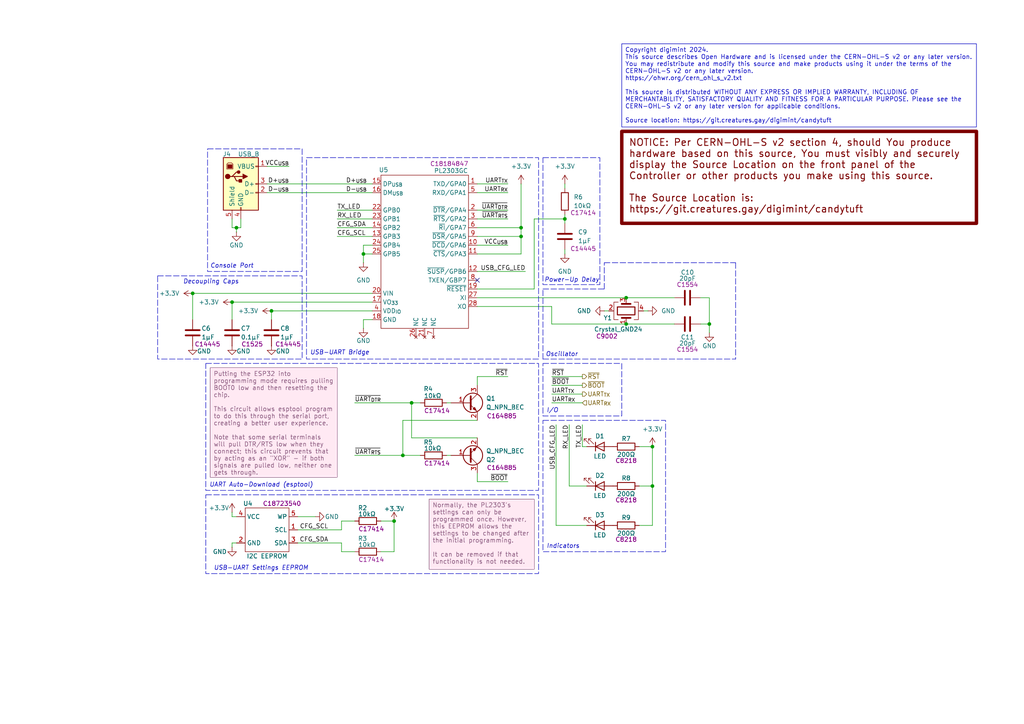
<source format=kicad_sch>
(kicad_sch (version 20231120) (generator "eeschema") (generator_version "8.0")
  (paper "A4")
  (title_block (title "Candytuft WS2811 Controller - USB-UART Circuitry") (date "2024-10-18") (rev "1") (company "https://git.creatures.gay/digimint/candytuft") (comment 3 "Licensed under the CERN OHL-S v2") (comment 4 "Copyright 2024 digimint"))
  (lib_symbols
    (symbol "Connector:USB_B" (pin_names (offset 1.016))
      (property "Reference" "J" (at -5.08 11.43 0))
      (property "Value" "USB_B" (at -5.08 8.89 0))
      (symbol "USB_B_0_1"
        (rectangle (start -5.08 -7.62) (end 5.08 7.62) (stroke (width 0.254)) (fill (type background)))
        (circle (center -3.81 2.159) (radius 0.635) (stroke (width 0.254)) (fill (type outline)))
        (rectangle (start -3.81 5.588) (end -2.54 4.572) (fill (type outline)))
        (circle (center -0.635 3.429) (radius 0.381) (stroke (width 0.254)) (fill (type outline)))
        (rectangle (start -0.127 -7.62) (end 0.127 -6.858))
        (polyline (pts (xy -1.905 2.159) (xy 0.635 2.159)) (stroke (width 0.254)))
        (polyline (pts (xy -3.175 2.159) (xy -2.54 2.159) (xy -1.27 3.429) (xy -0.635 3.429)) (stroke (width 0.254)))
        (polyline (pts (xy -2.54 2.159) (xy -1.905 2.159) (xy -1.27 0.889) (xy 0 0.889)) (stroke (width 0.254)))
        (polyline (pts (xy 0.635 2.794) (xy 0.635 1.524) (xy 1.905 2.159) (xy 0.635 2.794)) (stroke (width 0.254)) (fill (type outline)))
        (polyline (pts (xy -4.064 4.318) (xy -2.286 4.318) (xy -2.286 5.715) (xy -2.667 6.096) (xy -3.683 6.096) (xy -4.064 5.715) (xy -4.064 4.318)))
        (rectangle (start 0.254 1.27) (end -0.508 0.508) (stroke (width 0.254)) (fill (type outline)))
        (rectangle (start 5.08 -2.667) (end 4.318 -2.413))
        (rectangle (start 5.08 -0.127) (end 4.318 0.127))
        (rectangle (start 5.08 4.953) (end 4.318 5.207))
      )
      (symbol "USB_B_1_1"
        (pin power_out line (at 7.62 5.08 180) (length 2.54) (name "VBUS") (number "1"))
        (pin bidirectional line (at 7.62 -2.54 180) (length 2.54) (name "D-") (number "2"))
        (pin bidirectional line (at 7.62 0 180) (length 2.54) (name "D+") (number "3"))
        (pin power_out line (at 0 -10.16 90) (length 2.54) (name "GND") (number "4"))
        (pin passive line (at -2.54 -10.16 90) (length 2.54) (name "Shield") (number "5"))
      )
    )
    (symbol "Device:C" (pin_numbers hide) (pin_names (offset 0.254))
      (property "Reference" "C" (at 0.635 2.54 0))
      (property "Value" "C" (at 0.635 -2.54 0))
      (symbol "C_0_1"
        (polyline (pts (xy -2.032 -0.762) (xy 2.032 -0.762)) (stroke (width 0.508)))
        (polyline (pts (xy -2.032 0.762) (xy 2.032 0.762)) (stroke (width 0.508)))
      )
      (symbol "C_1_1"
        (pin passive line (at 0 3.81 270) (length 2.794) (name "~") (number "1"))
        (pin passive line (at 0 -3.81 90) (length 2.794) (name "~") (number "2"))
      )
    )
    (symbol "Device:Crystal_GND24" (pin_names (offset 1.016) hide)
      (property "Reference" "Y" (at 3.175 5.08 0))
      (property "Value" "Crystal_GND24" (at 3.175 3.175 0))
      (symbol "Crystal_GND24_0_1"
        (rectangle (start -1.143 2.54) (end 1.143 -2.54) (stroke (width 0.3048)))
        (polyline (pts (xy -2.54 0) (xy -2.032 0)))
        (polyline (pts (xy -2.032 -1.27) (xy -2.032 1.27)) (stroke (width 0.508)))
        (polyline (pts (xy 0 -3.81) (xy 0 -3.556)))
        (polyline (pts (xy 0 3.556) (xy 0 3.81)))
        (polyline (pts (xy 2.032 -1.27) (xy 2.032 1.27)) (stroke (width 0.508)))
        (polyline (pts (xy 2.032 0) (xy 2.54 0)))
        (polyline (pts (xy -2.54 -2.286) (xy -2.54 -3.556) (xy 2.54 -3.556) (xy 2.54 -2.286)))
        (polyline (pts (xy -2.54 2.286) (xy -2.54 3.556) (xy 2.54 3.556) (xy 2.54 2.286)))
      )
      (symbol "Crystal_GND24_1_1"
        (pin passive line (at -3.81 0 0) (length 1.27) (name "1") (number "1"))
        (pin passive line (at 0 5.08 270) (length 1.27) (name "2") (number "2"))
        (pin passive line (at 3.81 0 180) (length 1.27) (name "3") (number "3"))
        (pin passive line (at 0 -5.08 90) (length 1.27) (name "4") (number "4"))
      )
    )
    (symbol "Device:LED" (pin_numbers hide) (pin_names (offset 1.016) hide)
      (property "Reference" "D" (at 0 2.54 0))
      (property "Value" "LED" (at 0 -2.54 0))
      (symbol "LED_0_1"
        (polyline (pts (xy -1.27 -1.27) (xy -1.27 1.27)) (stroke (width 0.254)))
        (polyline (pts (xy -1.27 0) (xy 1.27 0)))
        (polyline (pts (xy 1.27 -1.27) (xy 1.27 1.27) (xy -1.27 0) (xy 1.27 -1.27)) (stroke (width 0.254)))
        (polyline (pts (xy -3.048 -0.762) (xy -4.572 -2.286) (xy -3.81 -2.286) (xy -4.572 -2.286) (xy -4.572 -1.524)))
        (polyline (pts (xy -1.778 -0.762) (xy -3.302 -2.286) (xy -2.54 -2.286) (xy -3.302 -2.286) (xy -3.302 -1.524)))
      )
      (symbol "LED_1_1"
        (pin passive line (at -3.81 0 0) (length 2.54) (name "K") (number "1"))
        (pin passive line (at 3.81 0 180) (length 2.54) (name "A") (number "2"))
      )
    )
    (symbol "Device:Q_NPN_BEC" (pin_names (offset 0) hide)
      (property "Reference" "Q" (at 5.08 1.27 0))
      (property "Value" "Q_NPN_BEC" (at 5.08 -1.27 0))
      (symbol "Q_NPN_BEC_0_1"
        (polyline (pts (xy 0.635 0.635) (xy 2.54 2.54)))
        (polyline (pts (xy 0.635 -0.635) (xy 2.54 -2.54) (xy 2.54 -2.54)))
        (polyline (pts (xy 0.635 1.905) (xy 0.635 -1.905) (xy 0.635 -1.905)) (stroke (width 0.508)))
        (polyline (pts (xy 1.27 -1.778) (xy 1.778 -1.27) (xy 2.286 -2.286) (xy 1.27 -1.778) (xy 1.27 -1.778)) (fill (type outline)))
        (circle (center 1.27 0) (radius 2.8194) (stroke (width 0.254)))
      )
      (symbol "Q_NPN_BEC_1_1"
        (pin input line (at -5.08 0 0) (length 5.715) (name "B") (number "1"))
        (pin passive line (at 2.54 -5.08 90) (length 2.54) (name "E") (number "2"))
        (pin passive line (at 2.54 5.08 270) (length 2.54) (name "C") (number "3"))
      )
    )
    (symbol "Device:R" (pin_numbers hide) (pin_names (offset 0))
      (property "Reference" "R" (at 2.032 0 90))
      (property "Value" "R" (at 0 0 90))
      (symbol "R_0_1"
        (rectangle (start -1.016 -2.54) (end 1.016 2.54) (stroke (width 0.254)))
      )
      (symbol "R_1_1"
        (pin passive line (at 0 3.81 270) (length 1.27) (name "~") (number "1"))
        (pin passive line (at 0 -3.81 90) (length 1.27) (name "~") (number "2"))
      )
    )
    (symbol "candytuft:24C02S"
      (property "Reference" "U" (at -5.588 7.62 0))
      (symbol "24C02S_0_1"
        (rectangle (start -6.35 6.35) (end 6.35 -6.35))
      )
      (symbol "24C02S_1_1"
        (pin open_collector line (at 8.89 0 180) (length 2.54) (name "SCL") (number "1"))
        (pin power_in line (at -8.89 -3.81 0) (length 2.54) (name "GND") (number "2"))
        (pin open_collector line (at 8.89 -3.81 180) (length 2.54) (name "SDA") (number "3"))
        (pin power_in line (at -8.89 3.81 0) (length 2.54) (name "VCC") (number "4"))
        (pin input line (at 8.89 3.81 180) (length 2.54) (name "WP") (number "5"))
      )
    )
    (symbol "candytuft:PL2303GC"
      (property "Reference" "U" (at -11.938 7.874 0))
      (property "Value" "PL2303GC" (at 7.366 7.62 0))
      (symbol "PL2303GC_0_1"
        (rectangle (start -12.7 6.35) (end 12.7 -38.1))
      )
      (symbol "PL2303GC_1_1"
        (pin output line (at 15.24 3.81 180) (length 2.54) (name "TXD/GPA0") (number "1"))
        (pin input line (at 15.24 -13.97 180) (length 2.54) (name "~{DCD}/GPA6") (number "10"))
        (pin input line (at 15.24 -16.51 180) (length 2.54) (name "~{CTS}/GPA3") (number "11"))
        (pin output line (at 15.24 -21.59 180) (length 2.54) (name "~{SUSP}/GPB6") (number "12"))
        (pin bidirectional line (at -15.24 -11.43 0) (length 2.54) (name "GPB3") (number "13"))
        (pin bidirectional line (at -15.24 -8.89 0) (length 2.54) (name "GPB2") (number "14"))
        (pin bidirectional line (at -15.24 3.81 0) (length 2.54) (name "DP_{USB}") (number "15"))
        (pin bidirectional line (at -15.24 1.27 0) (length 2.54) (name "DM_{USB}") (number "16"))
        (pin power_in line (at -15.24 -30.48 0) (length 2.54) (name "VO_{33}") (number "17"))
        (pin power_in line (at -15.24 -35.56 0) (length 2.54) (name "GND") (number "18"))
        (pin input line (at 15.24 -26.67 180) (length 2.54) (name "~{RESET}") (number "19"))
        (pin output line (at 15.24 -3.81 180) (length 2.54) (name "~{DTR}/GPA4") (number "2"))
        (pin power_in line (at -15.24 -27.94 0) (length 2.54) (name "VIN") (number "20"))
        (pin no_connect line (at 0 -40.64 90) (length 2.54) (name "NC") (number "21"))
        (pin bidirectional line (at -15.24 -3.81 0) (length 2.54) (name "GPB0") (number "22"))
        (pin bidirectional line (at -15.24 -6.35 0) (length 2.54) (name "GPB1") (number "23"))
        (pin bidirectional line (at -15.24 -13.97 0) (length 2.54) (name "GPB4") (number "24"))
        (pin bidirectional line (at -15.24 -16.51 0) (length 2.54) (name "GPB5") (number "25"))
        (pin no_connect line (at -2.54 -40.64 90) (length 2.54) (name "NC") (number "26"))
        (pin input line (at 15.24 -29.21 180) (length 2.54) (name "XI") (number "27"))
        (pin input line (at 15.24 -31.75 180) (length 2.54) (name "XO") (number "28"))
        (pin output line (at 15.24 -6.35 180) (length 2.54) (name "~{RTS}/GPA2") (number "3"))
        (pin power_in line (at -15.24 -33.02 0) (length 2.54) (name "VDD_{IO}") (number "4"))
        (pin input line (at 15.24 1.27 180) (length 2.54) (name "RXD/GPA1") (number "5"))
        (pin input line (at 15.24 -8.89 180) (length 2.54) (name "~{RI}/GPA7") (number "6"))
        (pin no_connect line (at 2.54 -40.64 90) (length 2.54) (name "NC") (number "7"))
        (pin output line (at 15.24 -24.13 180) (length 2.54) (name "TXEN/GBP7") (number "8"))
        (pin input line (at 15.24 -11.43 180) (length 2.54) (name "~{DSR}/GPA5") (number "9"))
      )
    )
    (symbol "power:+3.3V" (power) (pin_numbers hide) (pin_names (offset 0) hide)
      (property "Value" "+3.3V" (at 0 3.556 0))
      (symbol "+3.3V_0_1"
        (polyline (pts (xy -0.762 1.27) (xy 0 2.54)))
        (polyline (pts (xy 0 0) (xy 0 2.54)))
        (polyline (pts (xy 0 2.54) (xy 0.762 1.27)))
      )
      (symbol "+3.3V_1_1"
        (pin power_in line (at 0 0 90) (length 0) (name "~") (number "1"))
      )
    )
    (symbol "power:GND" (power) (pin_numbers hide) (pin_names (offset 0) hide)
      (property "Value" "GND" (at 0 -3.81 0))
      (symbol "GND_0_1"
        (polyline (pts (xy 0 0) (xy 0 -1.27) (xy 1.27 -1.27) (xy 0 -2.54) (xy -1.27 -1.27) (xy 0 -1.27)))
      )
      (symbol "GND_1_1"
        (pin power_in line (at 0 0 270) (length 0) (name "~") (number "1"))
      )
    )
  )
  (junction (at 181.61 93.98))
  (junction (at 105.41 73.66))
  (junction (at 68.58 66.04))
  (junction (at 67.31 87.63))
  (junction (at 78.74 90.17))
  (junction (at 189.23 140.97))
  (junction (at 151.13 66.04))
  (junction (at 116.84 132.08))
  (junction (at 163.83 63.5))
  (junction (at 114.3 151.13))
  (junction (at 151.13 68.58))
  (junction (at 55.88 85.09))
  (junction (at 181.61 86.36))
  (junction (at 119.38 116.84))
  (junction (at 205.74 93.98))
  (junction (at 189.23 129.54))
  (no_connect (at 138.43 81.28))
  (wire (pts (xy 205.74 86.36) (xy 205.74 93.98)))
  (wire (pts (xy 175.26 90.17) (xy 176.53 90.17)))
  (wire (pts (xy 67.31 157.48) (xy 67.31 158.75)))
  (wire (pts (xy 165.1 140.97) (xy 170.18 140.97)))
  (wire (pts (xy 168.91 111.76) (xy 160.02 111.76)))
  (wire (pts (xy 68.58 67.31) (xy 68.58 66.04)))
  (wire (pts (xy 138.43 63.5) (xy 147.32 63.5)))
  (wire (pts (xy 163.83 73.66) (xy 163.83 72.39)))
  (wire (pts (xy 181.61 86.36) (xy 195.58 86.36)))
  (wire (pts (xy 77.47 53.34) (xy 107.95 53.34)))
  (wire (pts (xy 138.43 111.76) (xy 138.43 109.22)))
  (wire (pts (xy 110.49 151.13) (xy 114.3 151.13)))
  (wire (pts (xy 151.13 53.34) (xy 151.13 66.04)))
  (wire (pts (xy 119.38 127) (xy 138.43 127)))
  (wire (pts (xy 160.02 88.9) (xy 160.02 93.98)))
  (wire (pts (xy 78.74 90.17) (xy 78.74 92.71)))
  (wire (pts (xy 114.3 160.02) (xy 110.49 160.02)))
  (wire (pts (xy 185.42 152.4) (xy 189.23 152.4)))
  (wire (pts (xy 77.47 55.88) (xy 107.95 55.88)))
  (wire (pts (xy 203.2 86.36) (xy 205.74 86.36)))
  (wire (pts (xy 69.85 66.04) (xy 69.85 63.5)))
  (wire (pts (xy 114.3 151.13) (xy 114.3 160.02)))
  (wire (pts (xy 163.83 63.5) (xy 163.83 64.77)))
  (wire (pts (xy 99.06 157.48) (xy 99.06 160.02)))
  (wire (pts (xy 86.36 149.86) (xy 91.44 149.86)))
  (polyline (pts (xy 157.48 83.82) (xy 175.26 83.82)) (stroke (width 0) (type dash)))
  (wire (pts (xy 97.79 66.04) (xy 107.95 66.04)))
  (wire (pts (xy 138.43 53.34) (xy 147.32 53.34)))
  (wire (pts (xy 102.87 116.84) (xy 119.38 116.84)))
  (wire (pts (xy 67.31 87.63) (xy 107.95 87.63)))
  (wire (pts (xy 154.94 63.5) (xy 163.83 63.5)))
  (wire (pts (xy 168.91 129.54) (xy 170.18 129.54)))
  (wire (pts (xy 119.38 116.84) (xy 121.92 116.84)))
  (wire (pts (xy 67.31 87.63) (xy 67.31 92.71)))
  (wire (pts (xy 67.31 66.04) (xy 67.31 63.5)))
  (wire (pts (xy 187.96 90.17) (xy 186.69 90.17)))
  (wire (pts (xy 138.43 83.82) (xy 154.94 83.82)))
  (polyline (pts (xy 175.26 83.82) (xy 175.26 76.2)) (stroke (width 0) (type dash)))
  (polyline (pts (xy 157.48 104.14) (xy 157.48 83.82)) (stroke (width 0) (type dash)))
  (wire (pts (xy 99.06 153.67) (xy 99.06 151.13)))
  (wire (pts (xy 160.02 93.98) (xy 181.61 93.98)))
  (wire (pts (xy 129.54 116.84) (xy 130.81 116.84)))
  (wire (pts (xy 105.41 73.66) (xy 107.95 73.66)))
  (wire (pts (xy 154.94 83.82) (xy 154.94 63.5)))
  (wire (pts (xy 138.43 68.58) (xy 151.13 68.58)))
  (wire (pts (xy 205.74 93.98) (xy 203.2 93.98)))
  (wire (pts (xy 116.84 121.92) (xy 116.84 132.08)))
  (wire (pts (xy 83.82 48.26) (xy 77.47 48.26)))
  (wire (pts (xy 105.41 92.71) (xy 105.41 95.25)))
  (wire (pts (xy 168.91 123.19) (xy 168.91 129.54)))
  (wire (pts (xy 119.38 116.84) (xy 119.38 127)))
  (wire (pts (xy 138.43 88.9) (xy 160.02 88.9)))
  (wire (pts (xy 97.79 63.5) (xy 107.95 63.5)))
  (wire (pts (xy 68.58 66.04) (xy 67.31 66.04)))
  (wire (pts (xy 99.06 160.02) (xy 102.87 160.02)))
  (polyline (pts (xy 157.48 104.14) (xy 213.36 104.14)) (stroke (width 0) (type dash)))
  (wire (pts (xy 138.43 73.66) (xy 151.13 73.66)))
  (wire (pts (xy 55.88 85.09) (xy 55.88 92.71)))
  (wire (pts (xy 105.41 71.12) (xy 105.41 73.66)))
  (wire (pts (xy 163.83 53.34) (xy 163.83 54.61)))
  (wire (pts (xy 107.95 92.71) (xy 105.41 92.71)))
  (wire (pts (xy 55.88 85.09) (xy 107.95 85.09)))
  (wire (pts (xy 151.13 73.66) (xy 151.13 68.58)))
  (wire (pts (xy 116.84 132.08) (xy 121.92 132.08)))
  (wire (pts (xy 168.91 114.3) (xy 160.02 114.3)))
  (wire (pts (xy 105.41 73.66) (xy 105.41 76.2)))
  (wire (pts (xy 138.43 109.22) (xy 147.32 109.22)))
  (wire (pts (xy 138.43 137.16) (xy 138.43 139.7)))
  (wire (pts (xy 68.58 149.86) (xy 67.31 149.86)))
  (wire (pts (xy 69.85 66.04) (xy 68.58 66.04)))
  (wire (pts (xy 99.06 151.13) (xy 102.87 151.13)))
  (wire (pts (xy 168.91 116.84) (xy 160.02 116.84)))
  (wire (pts (xy 102.87 132.08) (xy 116.84 132.08)))
  (wire (pts (xy 138.43 139.7) (xy 147.32 139.7)))
  (wire (pts (xy 152.4 78.74) (xy 138.43 78.74)))
  (wire (pts (xy 138.43 60.96) (xy 147.32 60.96)))
  (wire (pts (xy 151.13 68.58) (xy 151.13 66.04)))
  (wire (pts (xy 107.95 71.12) (xy 105.41 71.12)))
  (wire (pts (xy 163.83 62.23) (xy 163.83 63.5)))
  (wire (pts (xy 116.84 121.92) (xy 138.43 121.92)))
  (wire (pts (xy 161.29 123.19) (xy 161.29 152.4)))
  (wire (pts (xy 129.54 132.08) (xy 130.81 132.08)))
  (wire (pts (xy 86.36 157.48) (xy 99.06 157.48)))
  (wire (pts (xy 205.74 93.98) (xy 205.74 96.52)))
  (wire (pts (xy 181.61 93.98) (xy 195.58 93.98)))
  (wire (pts (xy 86.36 153.67) (xy 99.06 153.67)))
  (wire (pts (xy 185.42 140.97) (xy 189.23 140.97)))
  (polyline (pts (xy 175.26 76.2) (xy 213.36 76.2)) (stroke (width 0) (type dash)))
  (wire (pts (xy 138.43 66.04) (xy 151.13 66.04)))
  (wire (pts (xy 147.32 71.12) (xy 138.43 71.12)))
  (wire (pts (xy 138.43 55.88) (xy 147.32 55.88)))
  (wire (pts (xy 78.74 90.17) (xy 107.95 90.17)))
  (wire (pts (xy 168.91 109.22) (xy 160.02 109.22)))
  (wire (pts (xy 138.43 86.36) (xy 181.61 86.36)))
  (wire (pts (xy 97.79 68.58) (xy 107.95 68.58)))
  (wire (pts (xy 165.1 123.19) (xy 165.1 140.97)))
  (wire (pts (xy 185.42 129.54) (xy 189.23 129.54)))
  (wire (pts (xy 67.31 148.59) (xy 67.31 149.86)))
  (wire (pts (xy 161.29 152.4) (xy 170.18 152.4)))
  (wire (pts (xy 189.23 129.54) (xy 189.23 140.97)))
  (wire (pts (xy 68.58 157.48) (xy 67.31 157.48)))
  (polyline (pts (xy 213.36 76.2) (xy 213.36 104.14)) (stroke (width 0) (type dash)))
  (wire (pts (xy 97.79 60.96) (xy 107.95 60.96)))
  (wire (pts (xy 189.23 140.97) (xy 189.23 152.4)))
  (rectangle (start 59.69 105.41) (end 156.21 142.24) (stroke (width 0) (type dash)))
  (rectangle (start 157.48 121.92) (end 193.04 160.02) (stroke (width 0) (type dash)))
  (rectangle (start 157.48 45.72) (end 173.99 82.55) (stroke (width 0) (type dash)))
  (rectangle (start 45.72 80.01) (end 87.63 104.14) (stroke (width 0) (type dash)))
  (rectangle (start 59.69 143.51) (end 156.21 166.37) (stroke (width 0) (type dash)))
  (rectangle (start 60.198 43.18) (end 87.63 78.74) (stroke (width 0) (type dash)))
  (rectangle (start 157.48 105.41) (end 180.34 120.65) (stroke (width 0) (type dash)))
  (rectangle (start 88.9 45.72) (end 156.21 104.14) (stroke (width 0) (type dash)))
  (text_box "NOTICE: Per CERN-OHL-S v2 section 4, should You produce hardware based on this source, You must visibly and securely display the Source Location on the front panel of the Controller or other products you make using this source.\n\nThe Source Location is:\nhttps://git.creatures.gay/digimint/candytuft" (at 180.34 38.1 0) (size 102.87 26.67) (stroke (width 1) (color 122 0 0 1)) (effects (font (size 2 2) (thickness 0.254) (bold yes)) (justify left top)))
  (text_box "Copyright digimint 2024.\nThis source describes Open Hardware and is licensed under the CERN-OHL-S v2 or any later version.\nYou may redistribute and modify this source and make products using it under the terms of the CERN-OHL-S v2 or any later version.\nhttps://ohwr.org/cern_ohl_s_v2.txt\n\nThis source is distributed WITHOUT ANY EXPRESS OR IMPLIED WARRANTY, INCLUDING OF MERCHANTABILITY, SATISFACTORY QUALITY AND FITNESS FOR A PARTICULAR PURPOSE. Please see the CERN-OHL-S v2 or any later version for applicable conditions.\n\nSource location: https://git.creatures.gay/digimint/candytuft" (at 180.34 12.7 0) (size 102.87 24.13) (effects (font (size 1.27 1.27)) (justify left top)))
  (text_box "Putting the ESP32 into programming mode requires pulling BOOT0 low and then resetting the chip.\n\nThis circuit allows esptool program to do this through the serial port, creating a better user experience.\n\nNote that some serial terminals will pull DTR/RTS low when they connect; this circuit prevents that by acting as an \"XOR\" - if both signals are pulled low, neither one gets through." (at 60.96 106.68 0) (size 36.83 31.75) (stroke (width 0) (color 136 87 125 1)) (fill (type color) (color 255 233 243 1)) (effects (font (size 1.27 1.27)) (justify left top)))
  (text_box "Normally, the PL2303's settings can only be programmed once. However, this EEPROM allows the settings to be changed after the initial programming.\n\nIt can be removed if that functionality is not needed." (at 124.46 144.78 0) (size 30.48 20.32) (stroke (width 0) (color 136 87 125 1)) (fill (type color) (color 255 233 243 1)) (effects (font (size 1.27 1.27)) (justify left top)))
  (text "Oscillator" (at 158.242 102.87 0) (effects (font (size 1.27 1.27) (italic yes)) (justify left)))
  (text "Decoupling Caps" (at 53.086 81.788 0) (effects (font (size 1.27 1.27) (italic yes)) (justify left)))
  (text "Console Port" (at 60.96 77.216 0) (effects (font (size 1.27 1.27) (italic yes)) (justify left)))
  (text "I/O" (at 158.496 119.126 0) (effects (font (size 1.27 1.27) (italic yes)) (justify left)))
  (text "UART Auto-Download (esptool)" (at 60.706 140.716 0) (effects (font (size 1.27 1.27) (italic yes)) (justify left)))
  (text "USB-UART Settings EEPROM" (at 61.976 164.846 0) (effects (font (size 1.27 1.27) (italic yes)) (justify left)))
  (text "Indicators" (at 163.322 158.496 0) (effects (font (size 1.27 1.27) (italic yes))))
  (text "USB-UART Bridge" (at 89.916 102.362 0) (effects (font (size 1.27 1.27) (italic yes)) (justify left)))
  (text "Power-Up Delay" (at 165.862 81.28 0) (effects (font (size 1.27 1.27) (italic yes))))
  (label "D+_{USB}" (at 100.33 53.34 0))
  (label "USB_CFG_LED" (at 161.29 123.19 270))
  (label "~{RST}" (at 160.02 109.22 0))
  (label "UART_{TX}" (at 160.02 114.3 0))
  (label "UART_{RX}" (at 160.02 116.84 0))
  (label "VCC_{USB}" (at 147.32 71.12 180))
  (label "CFG_SDA" (at 97.79 66.04 0))
  (label "~{UART_{DTR}}" (at 147.32 60.96 180))
  (label "VCC_{USB}" (at 83.82 48.26 180))
  (label "RX_LED" (at 165.1 123.19 270))
  (label "~{BOOT}" (at 147.32 139.7 180))
  (label "~{UART_{RTS}}" (at 147.32 63.5 180))
  (label "RX_LED" (at 97.79 63.5 0))
  (label "CFG_SCL" (at 97.79 68.58 0))
  (label "CFG_SDA" (at 95.25 157.48 180))
  (label "TX_LED" (at 97.79 60.96 0))
  (label "D-_{USB}" (at 100.33 55.88 0))
  (label "TX_LED" (at 168.91 123.19 270))
  (label "~{RST}" (at 147.32 109.22 180))
  (label "CFG_SCL" (at 95.25 153.67 180))
  (label "UART_{TX}" (at 147.32 53.34 180))
  (label "~{BOOT}" (at 160.02 111.76 0))
  (label "USB_CFG_LED" (at 152.4 78.74 180))
  (label "UART_{RX}" (at 147.32 55.88 180))
  (label "D+_{USB}" (at 83.82 53.34 180))
  (label "D-_{USB}" (at 83.82 55.88 180))
  (label "~{UART_{DTR}}" (at 102.87 116.84 0))
  (label "~{UART_{RTS}}" (at 102.87 132.08 0))
  (hierarchical_label "UART_{RX}" (shape input) (at 168.91 116.84 0))
  (hierarchical_label "~{RST}" (shape output) (at 168.91 109.22 0))
  (hierarchical_label "UART_{TX}" (shape output) (at 168.91 114.3 0))
  (hierarchical_label "~{BOOT}" (shape output) (at 168.91 111.76 0))
  (symbol (lib_id "power:GND") (at 91.44 149.86 90) (unit 1)
    (property "Reference" "#PWR025" (effects (hide yes)))
    (property "Value" "GND" (at 96.266 149.86 90))
    (property "Description" "Power symbol creates a global label with name \"GND\" , ground" (effects (hide yes)))
  )
  (symbol (lib_id "power:GND") (at 105.41 95.25 0) (unit 1)
    (property "Reference" "#PWR027" (effects (hide yes)))
    (property "Value" "GND" (at 105.41 98.806 0))
    (property "Description" "Power symbol creates a global label with name \"GND\" , ground" (effects (hide yes)))
  )
  (symbol (lib_id "Device:C") (at 55.88 96.52 0) (unit 1)
    (property "Reference" "C6" (at 58.42 95.25 0) (effects (justify left)))
    (property "Value" "1μF" (at 58.42 97.79 0) (effects (justify left)))
    (property "Footprint" "Capacitor_SMD:C_0402_1005Metric" (effects (hide yes)))
    (property "Description" "Unpolarized capacitor" (effects (hide yes)))
    (property "LCSC" "C14445" (at 60.198 99.822 0))
  )
  (symbol (lib_id "Device:Q_NPN_BEC") (at 135.89 116.84 0) (unit 1)
    (property "Reference" "Q1" (at 140.97 115.5699 0) (effects (justify left)))
    (property "Value" "Q_NPN_BEC" (at 140.97 118.1099 0) (effects (justify left)))
    (property "Footprint" "Package_TO_SOT_SMD:SOT-23" (effects (hide yes)))
    (property "Description" "NPN transistor, base/emitter/collector" (effects (hide yes)))
    (property "LCSC" "C164885" (at 145.542 120.65 0))
  )
  (symbol (lib_id "power:GND") (at 67.31 100.33 0) (unit 1)
    (property "Reference" "#PWR019" (effects (hide yes)))
    (property "Value" "GND" (at 70.612 101.854 0))
    (property "Description" "Power symbol creates a global label with name \"GND\" , ground" (effects (hide yes)))
  )
  (symbol (lib_id "Device:C") (at 78.74 96.52 0) (unit 1)
    (property "Reference" "C8" (at 81.28 95.25 0) (effects (justify left)))
    (property "Value" "1μF" (at 81.28 97.79 0) (effects (justify left)))
    (property "Footprint" "Capacitor_SMD:C_0402_1005Metric" (effects (hide yes)))
    (property "Description" "Unpolarized capacitor" (effects (hide yes)))
    (property "LCSC" "C14445" (at 83.566 99.822 0))
  )
  (symbol (lib_id "power:GND") (at 68.58 67.31 0) (unit 1)
    (property "Reference" "#PWR022" (effects (hide yes)))
    (property "Value" "GND" (at 68.58 71.12 0))
    (property "Description" "Power symbol creates a global label with name \"GND\" , ground" (effects (hide yes)))
  )
  (symbol (lib_id "power:+3.3V") (at 114.3 151.13 0) (unit 1)
    (property "Reference" "#PWR028" (effects (hide yes)))
    (property "Value" "+3.3V" (at 114.3 147.574 0))
    (property "Description" "Power symbol creates a global label with name \"+3.3V\"" (effects (hide yes)))
  )
  (symbol (lib_id "Device:R") (at 125.73 132.08 90) (unit 1)
    (property "Reference" "R5" (at 124.206 128.27 90))
    (property "Value" "10kΩ" (at 122.936 130.048 90) (effects (justify right)))
    (property "Footprint" "Resistor_SMD:R_0805_2012Metric" (effects (hide yes)))
    (property "Description" "Resistor" (effects (hide yes)))
    (property "LCSC" "C17414" (at 126.746 134.366 90))
  )
  (symbol (lib_id "power:+3.3V") (at 67.31 87.63 90) (unit 1)
    (property "Reference" "#PWR018" (effects (hide yes)))
    (property "Value" "+3.3V" (at 63.5 87.6299 90) (effects (justify left)))
    (property "Description" "Power symbol creates a global label with name \"+3.3V\"" (effects (hide yes)))
  )
  (symbol (lib_id "power:+3.3V") (at 189.23 129.54 0) (unit 1)
    (property "Reference" "#PWR033" (effects (hide yes)))
    (property "Value" "+3.3V" (at 189.23 124.46 0))
    (property "Description" "Power symbol creates a global label with name \"+3.3V\"" (effects (hide yes)))
  )
  (symbol (lib_id "power:GND") (at 163.83 73.66 0) (unit 1)
    (property "Reference" "#PWR031" (effects (hide yes)))
    (property "Value" "GND" (at 163.83 78.74 0))
    (property "Description" "Power symbol creates a global label with name \"GND\" , ground" (effects (hide yes)))
  )
  (symbol (lib_id "Device:R") (at 125.73 116.84 90) (unit 1)
    (property "Reference" "R4" (at 124.206 112.776 90))
    (property "Value" "10kΩ" (at 122.936 114.808 90) (effects (justify right)))
    (property "Footprint" "Resistor_SMD:R_0805_2012Metric" (effects (hide yes)))
    (property "Description" "Resistor" (effects (hide yes)))
    (property "LCSC" "C17414" (at 126.746 119.126 90))
  )
  (symbol (lib_id "Device:R") (at 181.61 140.97 90) (unit 1)
    (property "Reference" "R8" (at 181.61 138.684 90))
    (property "Value" "200Ω" (at 181.61 143.256 90))
    (property "Footprint" "Resistor_SMD:R_0603_1608Metric" (effects (hide yes)))
    (property "Description" "Resistor" (effects (hide yes)))
    (property "Part No" "0603WAF750JT5E" (effects (hide yes)))
    (property "LCSC" "C8218" (at 181.61 145.034 90))
  )
  (symbol (lib_id "power:GND") (at 175.26 90.17 270) (unit 1)
    (property "Reference" "#PWR039" (effects (hide yes)))
    (property "Value" "GND" (at 171.45 90.1701 90) (effects (justify right)))
    (property "Description" "Power symbol creates a global label with name \"GND\" , ground" (effects (hide yes)))
  )
  (symbol (lib_id "Device:R") (at 106.68 160.02 90) (unit 1)
    (property "Reference" "R3" (at 105.156 156.21 90))
    (property "Value" "10kΩ" (at 103.886 157.988 90) (effects (justify right)))
    (property "Footprint" "Resistor_SMD:R_0805_2012Metric" (effects (hide yes)))
    (property "Description" "Resistor" (effects (hide yes)))
    (property "LCSC" "C17414" (at 107.696 162.306 90))
  )
  (symbol (lib_id "Device:R") (at 181.61 152.4 90) (unit 1)
    (property "Reference" "R9" (at 181.61 150.114 90))
    (property "Value" "200Ω" (at 181.61 154.686 90))
    (property "Footprint" "Resistor_SMD:R_0603_1608Metric" (effects (hide yes)))
    (property "Description" "Resistor" (effects (hide yes)))
    (property "Part No" "0805W8F100JT5E" (effects (hide yes)))
    (property "LCSC" "C8218" (at 181.61 156.464 90))
  )
  (symbol (lib_id "Device:LED") (at 173.99 152.4 0) (mirror x) (unit 1)
    (property "Reference" "D3" (at 173.99 149.352 0))
    (property "Value" "LED" (at 173.99 155.194 0))
    (property "Footprint" "LED_THT:LED_D5.0mm_Clear" (effects (hide yes)))
    (property "Description" "Light emitting diode" (effects (hide yes)))
  )
  (symbol (lib_id "Device:C") (at 199.39 86.36 90) (unit 1)
    (property "Reference" "C10" (at 199.39 78.994 90))
    (property "Value" "20pF" (at 199.39 80.772 90))
    (property "Footprint" "Capacitor_SMD:C_0402_1005Metric" (effects (hide yes)))
    (property "Description" "Unpolarized capacitor" (effects (hide yes)))
    (property "LCSC" "C1554" (at 199.39 82.55 90))
  )
  (symbol (lib_id "power:GND") (at 67.31 158.75 0) (unit 1)
    (property "Reference" "#PWR021" (effects (hide yes)))
    (property "Value" "GND" (at 63.754 160.02 0))
    (property "Description" "Power symbol creates a global label with name \"GND\" , ground" (effects (hide yes)))
  )
  (symbol (lib_id "Device:R") (at 106.68 151.13 90) (unit 1)
    (property "Reference" "R2" (at 105.156 147.32 90))
    (property "Value" "10kΩ" (at 103.886 149.098 90) (effects (justify right)))
    (property "Footprint" "Resistor_SMD:R_0805_2012Metric" (effects (hide yes)))
    (property "Description" "Resistor" (effects (hide yes)))
    (property "LCSC" "C17414" (at 107.696 153.416 90))
  )
  (symbol (lib_id "power:+3.3V") (at 78.74 90.17 90) (unit 1)
    (property "Reference" "#PWR023" (effects (hide yes)))
    (property "Value" "+3.3V" (at 74.93 90.1699 90) (effects (justify left)))
    (property "Description" "Power symbol creates a global label with name \"+3.3V\"" (effects (hide yes)))
  )
  (symbol (lib_id "Device:C") (at 163.83 68.58 0) (unit 1)
    (property "Reference" "C9" (at 167.64 67.3099 0) (effects (justify left)))
    (property "Value" "1μF" (at 167.64 69.8499 0) (effects (justify left)))
    (property "Footprint" "Capacitor_SMD:C_0402_1005Metric" (effects (hide yes)))
    (property "Description" "Unpolarized capacitor" (effects (hide yes)))
    (property "LCSC" "C14445" (at 169.164 72.136 0))
  )
  (symbol (lib_id "power:GND") (at 187.96 90.17 90) (unit 1)
    (property "Reference" "#PWR038" (effects (hide yes)))
    (property "Value" "GND" (at 191.77 90.1699 90) (effects (justify right)))
    (property "Description" "Power symbol creates a global label with name \"GND\" , ground" (effects (hide yes)))
  )
  (symbol (lib_id "Device:Crystal_GND24") (at 181.61 90.17 90) (unit 1)
    (property "Reference" "Y1" (at 176.276 92.202 90))
    (property "Value" "Crystal_GND24" (at 179.324 95.504 90))
    (property "Footprint" "Crystal:Crystal_SMD_3225-4Pin_3.2x2.5mm" (effects (hide yes)))
    (property "Description" "Four pin crystal, GND on pins 2 and 4" (effects (hide yes)))
    (property "LCSC" "C9002" (at 176.022 97.536 90))
  )
  (symbol (lib_id "power:+3.3V") (at 163.83 53.34 0) (unit 1)
    (property "Reference" "#PWR030" (effects (hide yes)))
    (property "Value" "+3.3V" (at 163.83 48.26 0))
    (property "Description" "Power symbol creates a global label with name \"+3.3V\"" (effects (hide yes)))
  )
  (symbol (lib_id "Device:LED") (at 173.99 140.97 0) (mirror x) (unit 1)
    (property "Reference" "D2" (at 173.99 137.922 0))
    (property "Value" "LED" (at 173.99 143.764 0))
    (property "Footprint" "LED_THT:LED_D5.0mm_Clear" (effects (hide yes)))
    (property "Description" "Light emitting diode" (effects (hide yes)))
  )
  (symbol (lib_id "power:+3.3V") (at 151.13 53.34 0) (unit 1)
    (property "Reference" "#PWR029" (effects (hide yes)))
    (property "Value" "+3.3V" (at 151.13 48.26 0))
    (property "Description" "Power symbol creates a global label with name \"+3.3V\"" (effects (hide yes)))
  )
  (symbol (lib_id "Device:Q_NPN_BEC") (at 135.89 132.08 0) (mirror x) (unit 1)
    (property "Reference" "Q2" (at 140.97 133.3501 0) (effects (justify left)))
    (property "Value" "Q_NPN_BEC" (at 140.97 130.8101 0) (effects (justify left)))
    (property "Footprint" "Package_TO_SOT_SMD:SOT-23" (effects (hide yes)))
    (property "Description" "NPN transistor, base/emitter/collector" (effects (hide yes)))
    (property "LCSC" "C164885" (at 145.542 135.636 0))
  )
  (symbol (lib_id "candytuft:24C02S") (at 77.47 153.67 0) (unit 1)
    (property "Reference" "U4" (at 71.882 146.05 0))
    (property "Value" "I2C EEPROM" (at 77.47 161.29 0))
    (property "Footprint" "Package_TO_SOT_SMD:SOT-23-5" (effects (hide yes)))
    (property "LCSC" "C18723540" (at 81.788 146.05 0))
  )
  (symbol (lib_id "Device:LED") (at 173.99 129.54 0) (mirror x) (unit 1)
    (property "Reference" "D1" (at 173.99 126.492 0))
    (property "Value" "LED" (at 173.99 132.334 0))
    (property "Footprint" "LED_THT:LED_D5.0mm_Clear" (effects (hide yes)))
    (property "Description" "Light emitting diode" (effects (hide yes)))
  )
  (symbol (lib_id "Device:R") (at 181.61 129.54 90) (unit 1)
    (property "Reference" "R7" (at 181.61 127.254 90))
    (property "Value" "200Ω" (at 181.61 131.826 90))
    (property "Footprint" "Resistor_SMD:R_0603_1608Metric" (effects (hide yes)))
    (property "Description" "Resistor" (effects (hide yes)))
    (property "Part No." "0603WAF750JT5E" (effects (hide yes)))
    (property "LCSC" "C8218" (at 181.61 133.604 90))
  )
  (symbol (lib_id "power:+3.3V") (at 55.88 85.09 90) (unit 1)
    (property "Reference" "#PWR016" (effects (hide yes)))
    (property "Value" "+3.3V" (at 52.07 85.0899 90) (effects (justify left)))
    (property "Description" "Power symbol creates a global label with name \"+3.3V\"" (effects (hide yes)))
  )
  (symbol (lib_id "power:GND") (at 105.41 76.2 0) (unit 1)
    (property "Reference" "#PWR026" (effects (hide yes)))
    (property "Value" "GND" (at 105.41 81.28 0))
    (property "Description" "Power symbol creates a global label with name \"GND\" , ground" (effects (hide yes)))
  )
  (symbol (lib_id "power:GND") (at 205.74 96.52 0) (unit 1)
    (property "Reference" "#PWR032" (effects (hide yes)))
    (property "Value" "GND" (at 205.74 100.33 0))
    (property "Description" "Power symbol creates a global label with name \"GND\" , ground" (effects (hide yes)))
  )
  (symbol (lib_id "Device:C") (at 67.31 96.52 0) (unit 1)
    (property "Reference" "C7" (at 69.85 95.25 0) (effects (justify left)))
    (property "Value" "0.1μF" (at 69.85 97.79 0) (effects (justify left)))
    (property "Footprint" "Capacitor_SMD:C_0402_1005Metric" (effects (hide yes)))
    (property "Description" "Unpolarized capacitor" (effects (hide yes)))
    (property "LCSC" "C1525" (at 73.152 99.822 0))
  )
  (symbol (lib_id "power:GND") (at 55.88 100.33 0) (unit 1)
    (property "Reference" "#PWR017" (effects (hide yes)))
    (property "Value" "GND" (at 59.182 101.854 0))
    (property "Description" "Power symbol creates a global label with name \"GND\" , ground" (effects (hide yes)))
  )
  (symbol (lib_id "candytuft:PL2303GC") (at 123.19 57.15 0) (unit 1)
    (property "Reference" "U5" (at 111.252 49.276 0))
    (property "Value" "PL2303GC" (at 130.81 49.53 0))
    (property "Footprint" "Package_SO:SSOP-28_5.3x10.2mm_P0.65mm" (effects (hide yes)))
    (property "Description" "USB-UART Bridge" (effects (hide yes)))
    (property "LCSC" "C18184847" (at 130.302 47.498 0))
  )
  (symbol (lib_id "Connector:USB_B") (at 69.85 53.34 0) (unit 1)
    (property "Reference" "J4" (at 65.786 44.704 0))
    (property "Value" "USB_B" (at 72.136 44.704 0))
    (property "Footprint" "Connector_USB:USB_B_TE_5787834_Vertical" (effects (hide yes)))
    (property "Description" "USB Type B connector" (effects (hide yes)))
  )
  (symbol (lib_id "Device:R") (at 163.83 58.42 0) (unit 1)
    (property "Reference" "R6" (at 166.37 57.1499 0) (effects (justify left)))
    (property "Value" "10kΩ" (at 166.37 59.6899 0) (effects (justify left)))
    (property "Footprint" "Resistor_SMD:R_0805_2012Metric" (effects (hide yes)))
    (property "Description" "Resistor" (effects (hide yes)))
    (property "LCSC" "C17414" (at 169.164 61.722 0))
  )
  (symbol (lib_id "power:+3.3V") (at 67.31 148.59 0) (unit 1)
    (property "Reference" "#PWR020" (effects (hide yes)))
    (property "Value" "+3.3V" (at 63.5 147.32 0))
    (property "Description" "Power symbol creates a global label with name \"+3.3V\"" (effects (hide yes)))
  )
  (symbol (lib_id "power:GND") (at 78.74 100.33 0) (unit 1)
    (property "Reference" "#PWR024" (effects (hide yes)))
    (property "Value" "GND" (at 82.042 101.854 0))
    (property "Description" "Power symbol creates a global label with name \"GND\" , ground" (effects (hide yes)))
  )
  (symbol (lib_id "Device:C") (at 199.39 93.98 90) (unit 1)
    (property "Reference" "C11" (at 199.39 97.79 90))
    (property "Value" "20pF" (at 199.39 99.568 90))
    (property "Footprint" "Capacitor_SMD:C_0402_1005Metric" (effects (hide yes)))
    (property "Description" "Unpolarized capacitor" (effects (hide yes)))
    (property "LCSC" "C1554" (at 199.39 101.346 90))
  )
)
</source>
